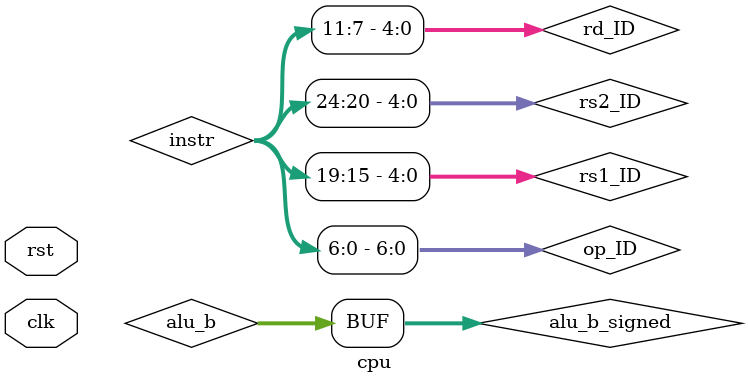
<source format=v>
`timescale 1ns / 1ps 

module cpu(
           input clk,
           input rst
       );

// parameter def
parameter RTYPE = 3'd0;
parameter ITYPE = 3'd1;
parameter STYPE = 3'd2;
parameter BTYPE = 3'd3;
parameter UTYPE = 3'd4;
parameter JTYPE = 3'd5;

parameter NOBRANCH = 3'd0;
parameter BEQ = 3'd1;
parameter BNE = 3'd2;
parameter BLT = 3'd3;
parameter BLTU = 3'd4;
parameter BGE = 3'd5;
parameter BGEU = 3'd6; 

parameter ADD = 4'd0;
parameter SUB = 4'd1;
parameter AND = 4'd2;
parameter OR = 4'd3;
parameter XOR = 4'd4;
parameter SLL = 4'd5;
parameter SRL = 4'd6;
parameter LUI = 4'd7; 

parameter NOREGWRITE = 3'b0;	
parameter LB  = 3'd1;			
parameter LH  = 3'd2;		
parameter LW  = 3'd3;	
parameter LBU = 3'd4;			
parameter LHU = 3'd5;

wire stall_IF, flush_IF, stall_ID, flush_ID, stall_EX, flush_EX, stall_ME, flush_ME, stall_WB, flush_WB;
wire [31: 0] instr, pc_in, pc_IF, pc_ID, pc_EX, pc_ME, reg_write_data, branch_nextpc, datamem_rd_data_ext,
             imm_EX, jal_nextpc, reg_out1_ID, reg_out1_EX, reg_out2_ID, reg_out2_EX, alu_a, alu_b, alu_out_EX,
              alu_out_ME, forward_data1, forward_data2, store_data_ME, datamem_rd_data, result_ME, result_WB;
wire signed [31: 0] alu_a_signed, alu_b_signed;
reg [31:0] imm_ID;
wire jal_ID, jalr_ID, ld_nextpc_ID, mem_to_reg_ID, jalr_EX, mem_to_reg_EX, ld_nextpc_EX, alu_src1_ID, alu_src1_EX, mem_to_reg_ME, ld_nextpc_ME, mem_to_reg_WB;
reg branch_EX;
wire [6: 0] op_ID, fn7_ID;
wire [2: 0] reg_write_ID, reg_write_EX, reg_write_ME, reg_write_WB, branch_type_ID, branch_type_EX, imm_type, fn3_ID;
wire [3: 0] mem_write_ID, mem_write_EX, mem_write_ME, alu_f_ID, alu_f_EX;
wire [1: 0] reg_read_ID, reg_read_EX, alu_src2_ID, alu_src2_EX, forward1_EX, forward2_EX, ld_bytes_select;
wire [4: 0] rd_WB, rs1_ID, rs2_ID, rd_ID, rs1_EX, rs2_EX, rd_EX, rd_ME;

assign {fn7_ID, rs2_ID, rs1_ID, fn3_ID, rd_ID, op_ID} = instr;
assign jal_nextpc = imm_ID + pc_ID;
assign forward_data1 = forward1_EX[1] ? (alu_out_ME) : ( forward1_EX[0] ? reg_write_data : reg_out1_EX );
assign forward_data2 = forward2_EX[1] ? (alu_out_ME) : ( forward2_EX[0] ? reg_write_data : reg_out2_EX );
assign alu_a = alu_src1_EX ? pc_EX : forward_data1;
assign alu_b = alu_src2_EX[1] ? (imm_EX) : ( alu_src2_EX[0] ? rs2_EX : forward_data2 );
assign result_ME = ld_nextpc_ME ? (pc_ME + 4) : alu_out_ME;
assign reg_write_data = ~mem_to_reg_WB ? result_WB : datamem_rd_data_ext;

assign alu_a_signed = $signed(alu_a);
assign alu_b_signed = $signed(alu_b);

// branch decide
always @(*) begin
    case (branch_type_EX)
        BEQ:
            branch_EX <= (alu_a == alu_b) ? 1'b1 : 1'b0;
        BNE:
            branch_EX <= (alu_a == alu_b) ? 1'b0 : 1'b1;
        BLT:
            branch_EX <= (alu_a_signed < alu_b_signed) ? 1'b1 : 1'b0;
        BLTU:
            branch_EX <= (alu_a < alu_b) ? 1'b1 : 1'b0;
        BGE:
            branch_EX <= (alu_a_signed >= alu_b_signed) ? 1'b1 : 1'b0;
        BGEU:
            branch_EX <= (alu_a >= alu_b) ? 1'b1 : 1'b0;
        default:
            branch_EX <= 1'b0;  
    endcase
end

// imm gen
always@(*)
begin
    case (imm_type)
        ITYPE:
            imm_ID <= {{21{instr[31]}}, instr[30: 20] };
        STYPE:
            imm_ID <= {{21{instr[31]}}, instr[30: 25], instr[11: 7]};
        BTYPE:
            imm_ID <= {{20{instr[31]}}, instr[7], instr[30: 25], instr[11: 8], 1'b0};
        UTYPE:
            imm_ID <= {instr[31: 12], 12'b0};
        JTYPE:
            imm_ID <= {{12{instr[31]}}, instr[19: 12], instr[20], instr[30: 21], 1'b0};                                  
        default:
            imm_ID <= 0;
    endcase
end
control control(
                .instr(instr),
                .jal_ID(jal_ID),
                .jalr_ID(jalr_ID),
                .reg_write_ID(reg_write_ID),
                .mem_to_reg_ID(mem_to_reg_ID),
                .mem_write_ID(mem_write_ID),
                .ld_nextpc_ID(ld_nextpc_ID),
                .reg_read_ID(reg_read_ID),
                .branch_type_ID(branch_type_ID),
                .alu_f_ID(alu_f_ID), 
                .alu_src1_ID(alu_src1_ID),
                .alu_src2_ID(alu_src2_ID),
                .imm_type(imm_type)
            );

next_pc_gen next_pc_gen(
                  .pc_IF(pc_IF),
                  .jalr_target(alu_out_EX),
                  .branch_target(branch_nextpc),
                  .jal_target(jal_nextpc),
                  .branch_en(branch_EX),
                  .jal(jal_ID),
                  .jalr(jalr_EX),
                  .next_pc(pc_in)
              );

alu alu(
        .a(alu_a),
        .b(alu_b),
        .f(alu_f_EX),
        .y(alu_out_EX)
    );

reg_file reg_file(
                 .clk(clk),
                 .rst(rst),
                 .w_en( | reg_write_WB),
                 .addr1(rs1_ID),
                 .addr2(rs2_ID),
                 .addr3(rd_WB),
                 .w_data3(reg_write_data),
                 .rd_data1(reg_out1_ID),
                 .rd_data2(reg_out2_ID)
             );

harzard_unit harzard_unit(
                .rst(rst),
                .branch_EX(branch_EX),
                .jalr_EX(jalr_EX),
                .jal_ID(jal_ID),
                .rs1_ID(rs1_ID),
                .rs2_ID(rs2_ID),
                .rs1_EX(rs1_EX),
                .rs2_EX(rs2_EX),
                .reg_read_EX(reg_read_EX),
                .mem_to_reg_EX(mem_to_reg_EX),
                .rd_EX(rd_EX),
                .rd_ME(rd_ME),
                .reg_write_ME(reg_write_ME),
                .rd_WB(rd_WB),
                .reg_write_WB(reg_write_WB),
                .stall_IF(stall_IF),
                .flush_IF(flush_IF),
                .stall_ID(stall_ID),
                .flush_ID(flush_ID),
                .stall_EX(stall_EX),
                .flush_EX(flush_EX),
                .stall_ME(stall_ME),
                .flush_ME(flush_ME),
                .stall_WB(stall_WB),
                .flush_WB(flush_WB),
                .forward1_EX(forward1_EX),
                .forward2_EX(forward2_EX)
            );
            
IF_reg IF_reg(
             .clk(clk),
             .en(~stall_IF),
             .clear(flush_IF),
             .pc_in(pc_in),
             .pc_IF(pc_IF)
         );


ID_reg ID_reg(
             .clk(clk),
             .clear(flush_ID),
             .en(~stall_ID),
             .rd_addr1(pc_IF),
             .rd_data1(instr),
             .pc_IF(pc_IF),
             .pc_ID(pc_ID)
         );

EX_reg EX_reg(
             .clk(clk),
             .en(~stall_EX),
             .clear(flush_EX),
             .pc_ID(pc_ID),
             .pc_EX(pc_EX),
             .jal_nextpc(jal_nextpc),
             .branch_nextpc(branch_nextpc),
             .imm_ID(imm_ID),
             .imm_EX(imm_EX),
             .rd_ID(rd_ID),
             .rd_EX(rd_EX),
             .rs1_ID(rs1_ID),
             .rs1_EX(rs1_EX),
             .rs2_ID(rs2_ID),
             .rs2_EX(rs2_EX),
             .reg_out1_ID(reg_out1_ID),
             .reg_out1_EX(reg_out1_EX),
             .reg_out2_ID(reg_out2_ID),
             .reg_out2_EX(reg_out2_EX),
             .jalr_ID(jalr_ID),
             .jalr_EX(jalr_EX),
             .reg_write_ID(reg_write_ID),
             .reg_write_EX(reg_write_EX),
             .mem_to_reg_ID(mem_to_reg_ID),
             .mem_to_reg_EX(mem_to_reg_EX),
             .mem_write_ID(mem_write_ID),
             .mem_write_EX(mem_write_EX),
             .ld_nextpc_ID(ld_nextpc_ID),
             .ld_nextpc_EX(ld_nextpc_EX),
             .reg_read_ID(reg_read_ID),
             .reg_read_EX(reg_read_EX),
             .branch_type_ID(branch_type_ID),
             .branch_type_EX(branch_type_EX),
             .alu_f_ID(alu_f_ID),
             .alu_f_EX(alu_f_EX),
             .alu_src1_ID(alu_src1_ID),
             .alu_src1_EX(alu_src1_EX),
             .alu_src2_ID(alu_src2_ID),
             .alu_src2_EX(alu_src2_EX)
         );

ME_reg ME_reg(
              .clk(clk),
              .en(~stall_ME),
              .clear(flush_ME),
              .alu_out_EX(alu_out_EX),
              .alu_out_ME(alu_out_ME),
              .forward_data2(forward_data2),
              .store_data_ME(store_data_ME),
              .rd_EX(rd_EX),
              .rd_ME(rd_ME),
              .pc_EX(pc_EX),
              .pc_ME(pc_ME),
              .reg_write_EX(reg_write_EX),
              .reg_write_ME(reg_write_ME),
              .mem_to_reg_EX(mem_to_reg_EX),
              .mem_to_reg_ME(mem_to_reg_ME),
              .mem_write_EX(mem_write_EX),
              .mem_write_ME(mem_write_ME),
              .ld_nextpc_EX(ld_nextpc_EX),
              .ld_nextpc_ME(ld_nextpc_ME)
          );

WB_reg WB_reg(
             .clk(clk),
             .en(~stall_WB),
             .clear(flush_WB),
             .addr(alu_out_ME),
             .w_data(store_data_ME),
             .w_en(mem_write_ME),
             .rd_data(datamem_rd_data),
             .ld_bytes_select(ld_bytes_select),
             .result_ME(result_ME),
             .result_WB(result_WB),
             .rd_ME(rd_ME),
             .rd_WB(rd_WB),
             .reg_write_ME(reg_write_ME),
             .reg_write_WB(reg_write_WB),
             .mem_to_reg_ME(mem_to_reg_ME),
             .mem_to_reg_WB(mem_to_reg_WB)
         );

data_ext data_ext(
            .in(datamem_rd_data),
            .ld_bytes_select(ld_bytes_select),
            .reg_write_WB(reg_write_WB),
            .out(datamem_rd_data_ext)
        );


endmodule


</source>
